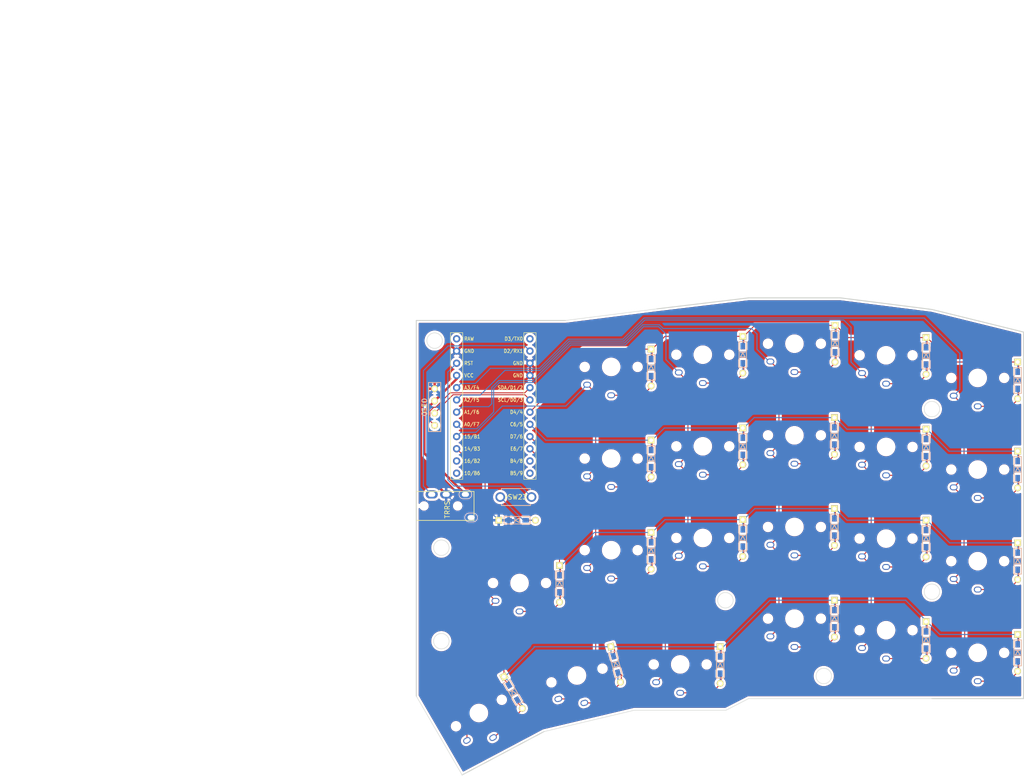
<source format=kicad_pcb>
(kicad_pcb (version 20221018) (generator pcbnew)
  (layers (0 "F.Cu" signal) (31 "B.Cu" signal) (34 "B.Paste" user) (35 "F.Paste" user) (36 "B.SilkS" user "B.Silkscreen") (37 "F.SilkS" user "F.Silkscreen") (38 "B.Mask" user) (39 "F.Mask" user) (44 "Edge.Cuts" user))
  (net 0 "")
  (net 1 "rsda")
  (net 2 "rscl")
  (net 3 "rrow0")
  (net 4 "rrow1")
  (net 5 "GND")
  (net 6 "VCC")
  (net 7 "rrow2")
  (net 8 "rrow3")
  (net 9 "rdata")
  (net 10 "rreset")
  (net 11 "rcol5")
  (net 12 "rcol4")
  (net 13 "rcol3")
  (net 14 "rcol2")
  (net 15 "rcol1")
  (net 16 "rcol0")
  (net 17 "Net-(rD1-A)")
  (net 18 "Net-(rD2-A)")
  (net 19 "Net-(rD3-A)")
  (net 20 "Net-(rD4-A)")
  (net 21 "Net-(rD5-A)")
  (net 22 "Net-(rD6-A)")
  (net 23 "Net-(rD7-A)")
  (net 24 "Net-(rD8-A)")
  (net 25 "Net-(rD9-A)")
  (net 26 "Net-(rD10-A)")
  (net 27 "Net-(rD11-A)")
  (net 28 "Net-(rD12-A)")
  (net 29 "Net-(rD13-A)")
  (net 30 "Net-(rD14-A)")
  (net 31 "Net-(rD15-A)")
  (net 32 "Net-(rD16-A)")
  (net 33 "Net-(rD17-A)")
  (net 34 "Net-(rD18-A)")
  (net 35 "Net-(rD20-A)")
  (net 36 "Net-(rD21-A)")
  (net 37 "Net-(rD22-A)")
  (net 38 "Net-(rD23-A)")
  (net 39 "Net-(rD19-A)")
  (footprint "kbd:D3_TH_SMD" (layer "F.Cu") (at 135.356 114.403 -90)
    (fp_text reference "rD15" hide)
    (fp_text value "D" hide)
  )
  (footprint "BrownSugar_KBD:Kailh_Choc_V1" (layer "F.Cu") (at 165.147 71.35)
    (fp_text reference "rSW3")
    (fp_text value "SW_PUSH")
  )
  (footprint "BrownSugar_KBD:Kailh_Choc_V1" (layer "F.Cu") (at 127.047 76.176)
    (fp_text reference "rSW5")
    (fp_text value "SW_PUSH")
  )
  (footprint "BrownSugar_KBD:Kailh_Choc_V1" (layer "F.Cu") (at 184.197 92.813)
    (fp_text reference "rSW7")
    (fp_text value "SW_PUSH")
  )
  (footprint "kbd:D3_TH_SMD" (layer "F.Cu") (at 154.406 73.636 -90)
    (fp_text reference "rD4" hide)
    (fp_text value "D" hide)
  )
  (footprint "kbd:D3_TH_SMD" (layer "F.Cu") (at 173.456 128.5 -90)
    (fp_text reference "rD19" hide)
    (fp_text value "D" hide)
  )
  (footprint "kbd:D3_TH_SMD" (layer "F.Cu") (at 135.356 95.226 -90)
    (fp_text reference "rD10" hide)
    (fp_text value "D" hide)
  )
  (footprint "BrownSugar_KBD:Kailh_Choc_V1" (layer "F.Cu") (at 184.197 73.763)
    (fp_text reference "rSW2")
    (fp_text value "SW_PUSH")
  )
  (footprint "kbd:D3_TH_SMD" (layer "F.Cu") (at 173.456 109.45 -90)
    (fp_text reference "rD13" hide)
    (fp_text value "D" hide)
  )
  (footprint "BrownSugar_KBD:SW_PUSH_6x3mm" (layer "F.Cu") (at 107.235 103.227)
    (fp_text reference "rSW23")
    (fp_text value "SW_PUSH")
  )
  (footprint "kbd:D3_TH_SMD" (layer "F.Cu") (at 173.456 90.527 -90)
    (fp_text reference "rD8" hide)
    (fp_text value "D" hide)
  )
  (footprint "BrownSugar_KBD:Kailh_Choc_V1" (layer "F.Cu") (at 107.997 121.102)
    (fp_text reference "rSW16")
    (fp_text value "SW_PUSH")
  )
  (footprint "BrownSugar_KBD:Kailh_Choc_V1" (layer "F.Cu") (at 165.147 90.4)
    (fp_text reference "rSW8")
    (fp_text value "SW_PUSH")
  )
  (footprint "BrownSugar_KBD:Kailh_Choc_V1" (layer "F.Cu") (at 165.147 128.5)
    (fp_text reference "rSW19")
    (fp_text value "SW_PUSH")
  )
  (footprint "kbd:D3_TH_SMD" (layer "F.Cu") (at 127.99 138.025 -75)
    (fp_text reference "rD21" hide)
    (fp_text value "D" hide)
  )
  (footprint "kbd:D3_TH_SMD" (layer "F.Cu") (at 149.707 138.152 -90)
    (fp_text reference "rD20" hide)
    (fp_text value "D" hide)
  )
  (footprint "BrownSugar_KBD:Kailh_Choc_V1" (layer "F.Cu") (at 146.097 73.636)
    (fp_text reference "rSW4")
    (fp_text value "SW_PUSH")
  )
  (footprint "BrownSugar_KBD:Kailh_Choc_V1" (layer "F.Cu") (at 119.939192 140.329305 15)
    (fp_text reference "rSW21")
    (fp_text value "SW_PUSH")
  )
  (footprint "kbd:D3_TH_SMD" (layer "F.Cu") (at 192.506 92.94 -90)
    (fp_text reference "rD7" hide)
    (fp_text value "D" hide)
  )
  (footprint "BrownSugar_KBD:Kailh_Choc_V1" (layer "F.Cu") (at 127.047 95.226)
    (fp_text reference "rSW10")
    (fp_text value "SW_PUSH")
  )
  (footprint "kbd:D3_TH_SMD" (layer "F.Cu") (at 211.556 135.612 -90)
    (fp_text reference "rD17" hide)
    (fp_text value "D" hide)
  )
  (footprint "kbd:D3_TH_SMD" (layer "F.Cu") (at 154.406 111.736 -90)
    (fp_text reference "rD14" hide)
    (fp_text value "D" hide)
  )
  (footprint "kbd:D3_TH_SMD" (layer "F.Cu") (at 192.506 73.89 -90)
    (fp_text reference "rD2" hide)
    (fp_text value "D" hide)
  )
  (footprint "BrownSugar_KBD:Kailh_Choc_V1" (layer "F.Cu") (at 127.047 114.276)
    (fp_text reference "rSW15")
    (fp_text value "SW_PUSH")
  )
  (footprint "kbd:D3_TH_SMD" (layer "F.Cu") (at 106.654835 143.867835 -60)
    (fp_text reference "rD22" hide)
    (fp_text value "D" hide)
  )
  (footprint "BrownSugar_KBD:Kailh_Choc_V1" (layer "F.Cu") (at 99.545392 148.127608 30)
    (fp_text reference "rSW22")
    (fp_text value "SW_PUSH")
  )
  (footprint "BrownSugar_KBD:TRRS_PJ-320A" (layer "F.Cu") (at 86.534 105.0785 90)
    (fp_text reference "rJ1")
    (fp_text value "MJ-4PP-9" hide)
  )
  (footprint "kbd:OLED" (layer "F.Cu") (at 90.344 88.335 90)
    (fp_text reference "rOL1")
    (fp_text value "OLED" hide)
  )
  (footprint "kbd:D3_TH_SMD" (layer "F.Cu") (at 211.556 97.512 -90)
    (fp_text reference "rD6" hide)
    (fp_text value "D" hide)
  )
  (footprint "BrownSugar_KBD:Kailh_Choc_V1" (layer "F.Cu") (at 165.147 109.45)
    (fp_text reference "rSW13")
    (fp_text value "SW_PUSH")
  )
  (footprint "BrownSugar_KBD:Kailh_Choc_V1" (layer "F.Cu") (at 203.247 116.562)
    (fp_text reference "rSW11")
    (fp_text value "SW_PUSH")
  )
  (footprint "BrownSugar_KBD:Kailh_Choc_V1" (layer "F.Cu") (at 203.247 135.612)
    (fp_text reference "rSW17")
    (fp_text value "SW_PUSH")
  )
  (footprint "BrownSugar_KBD:Kailh_Choc_V1" (layer "F.Cu") (at 184.197 111.863)
    (fp_text reference "rSW12")
    (fp_text value "SW_PUSH")
  )
  (footprint "kbd:D3_TH_SMD" (layer "F.Cu") (at 116.306 121.261 -90)
    (fp_text reference "rD16" hide)
    (fp_text value "D" hide)
  )
  (footprint "kbd:D3_TH_SMD" (layer "F.Cu") (at 107.489 108.053)
    (fp_text reference "rD23" hide)
    (fp_text value "D" hide)
  )
  (footprint "kbd:D3_TH_SMD" (layer "F.Cu") (at 173.583 71.35 -90)
    (fp_text reference "rD3" hide)
    (fp_text value "D" hide)
  )
  (footprint "BrownSugar_KBD:Kailh_Choc_V1" (layer "F.Cu") (at 141.398 138.025)
    (fp_text reference "rSW20")
    (fp_text value "SW_PUSH")
  )
  (footprint "BrownSugar_KBD:ProMicro_r" (layer "F.Cu") (at 102.536 83.034)
    (fp_text reference "rU1" hide)
    (fp_text value "ProMicro" hide)
  )
  (footprint "kbd:D3_TH_SMD" (layer "F.Cu") (at 154.406 92.686 -90)
    (fp_text reference "rD9" hide)
    (fp_text value "D" hide)
  )
  (footprint "kbd:D3_TH_SMD" (layer "F.Cu") (at 135.356 76.303 -90)
    (fp_text reference "rD5" hide)
    (fp_text value "D" hide)
  )
  (footprint "kbd:D3_TH_SMD" (layer "F.Cu") (at 192.506 132.945 -90)
    (fp_text reference "rD18" hide)
    (fp_text value "D" hide)
  )
  (footprint "kbd:D3_TH_SMD" (layer "F.Cu") (at 192.506 111.863 -90)
    (fp_text reference "rD12" hide)
    (fp_text value "D" hide)
  )
  (footprint "BrownSugar_KBD:Kailh_Choc_V1" (layer "F.Cu") (at 146.097 92.686)
    (fp_text reference "rSW9")
    (fp_text value "SW_PUSH")
  )
  (footprint "BrownSugar_KBD:Kailh_Choc_V1" (layer "F.Cu") (at 203.247 97.512)
    (fp_text reference "rSW6")
    (fp_text value "SW_PUSH")
  )
  (footprint "BrownSugar_KBD:Kailh_Choc_V1" (layer "F.Cu") (at 146.097 111.736)
    (fp_text reference "rSW14")
    (fp_text value "SW_PUSH")
  )
  (footprint "BrownSugar_KBD:Kailh_Choc_V1" (layer "F.Cu") (at 184.197 130.913)
    (fp_text reference "rSW18")
    (fp_text value "SW_PUSH")
  )
  (footprint "BrownSugar_KBD:Kailh_Choc_V1" (layer "F.Cu") (at 203.247 78.4675)
    (fp_text reference "rSW1")
    (fp_text value "SW_PUSH")
  )
  (footprint "kbd:D3_TH_SMD" (layer "F.Cu") (at 211.556 78.97 -90)
    (fp_text reference "rD1" hide)
    (fp_text value "D" hide)
  )
  (footprint "kbd:D3_TH_SMD" (layer "F.Cu") (at 211.556 116.562 -90)
    (fp_text reference "rD11" hide)
    (fp_text value "D" hide)
  )
  (gr_line (start 193.722 64.2325) (end 174.672 61.8195) (stroke (width 0.2)) (layer "Edge.Cuts"))
  (gr_line (start 212.772 68.9315) (end 193.722 64.2325) (stroke (width 0.2)) (layer "Edge.Cuts"))
  (gr_circle (center 91.741 113.7625) (end 90.217 113.2545) (stroke (width 0.1)) (fill none) (layer "Edge.Cuts"))
  (gr_line (start 155.622 145.1315) (end 150.923 147.5445) (stroke (width 0.1)) (layer "Edge.Cuts"))
  (gr_line (start 86.534 66.5185) (end 86.534 144.6235) (stroke (width 0.2)) (layer "Edge.Cuts"))
  (gr_line (start 131.873 147.5445) (end 150.923 147.5445) (stroke (width 0.1)) (layer "Edge.Cuts"))
  (gr_line (start 174.672 61.8195) (end 155.622 61.8195) (stroke (width 0.2)) (layer "Edge.Cuts"))
  (gr_circle (center 150.796 124.6845) (end 149.272 124.1765) (stroke (width 0.1)) (fill none) (layer "Edge.Cuts"))
  (gr_line (start 86.534 144.6235) (end 96.059 161.0065) (stroke (width 0.1)) (layer "Edge.Cuts"))
  (gr_circle (center 193.722 84.939) (end 192.198 84.431) (stroke (width 0.1)) (fill none) (layer "Edge.Cuts"))
  (gr_line (start 193.722 145.1315) (end 155.622 145.1315) (stroke (width 0.1)) (layer "Edge.Cuts"))
  (gr_circle (center 171.243 140.4325) (end 169.719 139.9245) (stroke (width 0.1)) (fill none) (layer "Edge.Cuts"))
  (gr_circle (center 193.722 122.912) (end 192.198 122.404) (stroke (width 0.1)) (fill none) (layer "Edge.Cuts"))
  (gr_line (start 96.059 161.0065) (end 113.077 151.9895) (stroke (width 0.2)) (layer "Edge.Cuts"))
  (gr_circle (center 90.344 70.7095) (end 88.82 70.2015) (stroke (width 0.1)) (fill none) (layer "Edge.Cuts"))
  (gr_line (start 193.722 145.1315) (end 212.772 145.1315) (stroke (width 0.2)) (layer "Edge.Cuts"))
  (gr_circle (center 91.741 133.1935) (end 90.217 132.6855) (stroke (width 0.1)) (fill none) (layer "Edge.Cuts"))
  (gr_line (start 136.572 64.1055) (end 117.522 66.5185) (stroke (width 0.1)) (layer "Edge.Cuts"))
  (gr_line (start 117.522 66.5185) (end 86.534 66.5185) (stroke (width 0.2)) (layer "Edge.Cuts"))
  (gr_line (start 113.077 151.9895) (end 131.873 147.5445) (stroke (width 0.1)) (layer "Edge.Cuts"))
  (gr_line (start 212.772 145.1315) (end 212.772 68.9315) (stroke (width 0.2)) (layer "Edge.Cuts"))
  (gr_line (start 155.622 61.8195) (end 136.572 64.1055) (stroke (width 0.2)) (layer "Edge.Cuts"))
  (segment (start 93.57 81.556) (end 109.094 81.556) (width 0.2) (layer "F.Cu") (net 1))
  (segment (start 90.151907 84.575) (end 90.551 84.575) (width 0.2) (layer "F.Cu") (net 1))
  (segment (start 90.551 84.575) (end 93.57 81.556) (width 0.2) (layer "F.Cu") (net 1))
  (segment (start 90.344 88.335) (end 89.3455 87.3365) (width 0.2) (layer "F.Cu") (net 1))
  (segment (start 89.3455 87.3365) (end 89.3455 85.381407) (width 0.2) (layer "F.Cu") (net 1))
  (segment (start 109.094 81.556) (end 110.156 80.494) (width 0.2) (layer "F.Cu") (net 1))
  (segment (start 89.3455 85.381407) (end 90.151907 84.575) (width 0.2) (layer "F.Cu") (net 1))
  (segment (start 109.078 81.956) (end 110.156 83.034) (width 0.2) (layer "F.Cu") (net 2))
  (segment (start 90.344 85.795) (end 94.183 81.956) (width 0.2) (layer "F.Cu") (net 2))
  (segment (start 94.183 81.956) (end 109.078 81.956) (width 0.2) (layer "F.Cu") (net 2))
  (segment (start 192.706 70.08) (end 176.323 70.08) (width 0.2) (layer "F.Cu") (net 3))
  (segment (start 197.786 75.16) (end 192.706 70.08) (width 0.2) (layer "F.Cu") (net 3))
  (segment (start 211.756 77.195) (end 211.756 75.16) (width 0.2) (layer "F.Cu") (net 3))
  (segment (start 135.556 72.493) (end 121.175 72.493) (width 0.2) (layer "F.Cu") (net 3))
  (segment (start 154.606 69.826) (end 138.223 69.826) (width 0.2) (layer "F.Cu") (net 3))
  (segment (start 114.554 79.114) (end 114.554 81.146) (width 0.2) (layer "F.Cu") (net 3))
  (segment (start 211.756 75.16) (end 197.786 75.16) (width 0.2) (layer "F.Cu") (net 3))
  (segment (start 192.706 72.115) (end 192.706 70.08) (width 0.2) (layer "F.Cu") (net 3))
  (segment (start 154.606 71.861) (end 154.606 69.826) (width 0.2) (layer "F.Cu") (net 3))
  (segment (start 173.783 69.575) (end 173.783 67.54) (width 0.2) (layer "F.Cu") (net 3))
  (segment (start 173.783 67.54) (end 156.892 67.54) (width 0.2) (layer "F.Cu") (net 3))
  (segment (start 110.156 85.544) (end 110.156 85.574) (width 0.2) (layer "F.Cu") (net 3))
  (segment (start 138.223 69.826) (end 135.556 72.493) (width 0.2) (layer "F.Cu") (net 3))
  (segment (start 173.783 67.54) (end 173.783 67.096) (width 0.2) (layer "F.Cu") (net 3))
  (segment (start 173.783 67.096) (end 173.736 67.049) (width 0.2) (layer "F.Cu") (net 3))
  (segment (start 135.556 74.528) (end 135.556 72.493) (width 0.2) (layer "F.Cu") (net 3))
  (segment (start 156.892 67.54) (end 154.606 69.826) (width 0.2) (layer "F.Cu") (net 3))
  (segment (start 176.323 70.08) (end 173.783 67.54) (width 0.2) (layer "F.Cu") (net 3))
  (segment (start 114.554 81.146) (end 110.156 85.544) (width 0.2) (layer "F.Cu") (net 3))
  (segment (start 121.175 72.493) (end 114.554 79.114) (width 0.2) (layer "F.Cu") (net 3))
  (segment (start 154.406 69.826) (end 154.406 71.861) (width 0.2) (layer "B.Cu") (net 3))
  (segment (start 173.583 67.54) (end 173.583 69.575) (width 0.2) (layer "B.Cu") (net 3))
  (segment (start 192.506 70.08) (end 192.506 72.115) (width 0.2) (layer "B.Cu") (net 3))
  (segment (start 135.356 72.493) (end 135.356 74.528) (width 0.2) (layer "B.Cu") (net 3))
  (segment (start 211.556 77.195) (end 211.556 75.16) (width 0.2) (layer "B.Cu") (net 3))
  (segment (start 154.606 90.911) (end 154.606 88.876) (width 0.2) (layer "F.Cu") (net 4))
  (segment (start 192.706 91.165) (end 192.706 89.13) (width 0.2) (layer "F.Cu") (net 4))
  (segment (start 135.556 93.451) (end 135.556 91.416) (width 0.2) (layer "F.Cu") (net 4))
  (segment (start 173.656 88.752) (end 173.656 86.717) (width 0.2) (layer "F.Cu") (net 4))
  (segment (start 211.756 95.737) (end 211.756 93.702) (width 0.2) (layer "F.Cu") (net 4))
  (segment (start 113.458 91.416) (end 110.156 88.114) (width 0.2) (layer "B.Cu") (net 4))
  (segment (start 192.706 89.13) (end 176.069 89.13) (width 0.2) (layer "B.Cu") (net 4))
  (segment (start 154.406 88.876) (end 154.406 90.911) (width 0.2) (layer "B.Cu") (net 4))
  (segment (start 135.356 91.416) (end 135.356 93.451) (width 0.2) (layer "B.Cu") (net 4))
  (segment (start 154.606 88.876) (end 138.096 88.876) (width 0.2) (layer "B.Cu") (net 4))
  (segment (start 176.069 89.13) (end 173.656 86.717) (width 0.2) (layer "B.Cu") (net 4))
  (segment (start 156.765 86.717) (end 154.606 88.876) (width 0.2) (layer "B.Cu") (net 4))
  (segment (start 211.556 93.702) (end 211.556 95.737) (width 0.2) (layer "B.Cu") (net 4))
  (segment (start 173.656 86.717) (end 156.765 86.717) (width 0.2) (layer "B.Cu") (net 4))
  (segment (start 135.556 91.416) (end 113.458 91.416) (width 0.2) (layer "B.Cu") (net 4))
  (segment (start 192.506 89.13) (end 192.506 91.165) (width 0.2) (layer "B.Cu") (net 4))
  (segment (start 211.756 93.702) (end 197.278 93.702) (width 0.2) (layer "B.Cu") (net 4))
  (segment (start 197.278 93.702) (end 192.706 89.13) (width 0.2) (layer "B.Cu") (net 4))
  (segment (start 138.096 88.876) (end 135.556 91.416) (width 0.2) (layer "B.Cu") (net 4))
  (segment (start 173.456 86.717) (end 173.456 88.752) (width 0.2) (layer "B.Cu") (net 4))
  (segment (start 92.734 102.6785) (end 87.503 97.4475) (width 0.5) (layer "F.Cu") (net 5))
  (segment (start 88.442 80.715) (end 90.344 80.715) (width 0.5) (layer "F.Cu") (net 5))
  (segment (start 105.714 108.053) (end 103.679 108.053) (width 0.2) (layer "F.Cu") (net 5))
  (segment (start 90.344 77.446) (end 94.916 72.874) (width 0.5) (layer "F.Cu") (net 5))
  (segment (start 109.631 75.939) (end 97.981 75.939) (width 0.5) (layer "F.Cu") (net 5))
  (segment (start 90.344 80.715) (end 90.344 77.446) (width 0.5) (layer "F.Cu") (net 5))
  (segment (start 110.156 75.414) (end 109.631 75.939) (width 0.5) (layer "F.Cu") (net 5))
  (segment (start 87.503 81.654) (end 88.442 80.715) (width 0.5) (layer "F.Cu") (net 5))
  (segment (start 97.981 75.939) (end 94.916 72.874) (width 0.5) (layer "F.Cu") (net 5))
  (segment (start 87.503 97.4475) (end 87.503 81.654) (width 0.5) (layer "F.Cu") (net 5))
  (segment (start 110.156 75.414) (end 110.156 77.954) (width 0.5) (layer "F.Cu") (net 5))
  (segment (start 93.9345 103.879) (end 92.734 102.6785) (width 0.2) (layer "B.Cu") (net 5))
  (segment (start 99.505 103.879) (end 93.9345 103.879) (width 0.2) (layer "B.Cu") (net 5))
  (segment (start 103.679 108.053) (end 99.505 103.879) (width 0.2) (layer "B.Cu") (net 5))
  (segment (start 105.714 108.053) (end 103.679 108.053) (width 0.2) (layer "B.Cu") (net 5))
  (segment (start 88.203 85.396) (end 90.344 83.255) (width 0.5) (layer "F.Cu") (net 6))
  (segment (start 88.203 94.1475) (end 88.203 85.396) (width 0.5) (layer "F.Cu") (net 6))
  (segment (start 90.344 83.255) (end 94.916 78.683) (width 0.5) (layer "F.Cu") (net 6))
  (segment (start 94.916 78.683) (end 94.916 77.954) (width 0.5) (layer "F.Cu") (net 6))
  (segment (start 96.734 102.6785) (end 88.203 94.1475) (width 0.5) (layer "F.Cu") (net 6))
  (segment (start 90.344 83.255) (end 90.344 82.75) (width 0.5) (layer "F.Cu") (net 6))
  (segment (start 154.606 109.961) (end 154.606 107.926) (width 0.2) (layer "F.Cu") (net 7))
  (segment (start 135.556 112.628) (end 135.556 110.593) (width 0.2) (layer "F.Cu") (net 7))
  (segment (start 192.706 108.053) (end 192.706 110.088) (width 0.2) (layer "F.Cu") (net 7))
  (segment (start 116.506 119.486) (end 116.506 117.451) (width 0.2) (layer "F.Cu") (net 7))
  (segment (start 116.306 117.451) (end 116.306 96.804) (width 0.2) (layer "F.Cu") (net 7))
  (segment (start 211.756 114.787) (end 211.756 112.752) (width 0.2) (layer "F.Cu") (net 7))
  (segment (start 116.306 96.804) (end 110.156 90.654) (width 0.2) (layer "F.Cu") (net 7))
  (segment (start 173.656 107.675) (end 173.656 105.64) (width 0.2) (layer "F.Cu") (net 7))
  (segment (start 154.606 107.926) (end 138.223 107.926) (width 0.2) (layer "B.Cu") (net 7))
  (segment (start 135.556 110.593) (end 123.532944 110.593) (width 0.2) (layer "B.Cu") (net 7))
  (segment (start 176.069 108.053) (end 173.656 105.64) (width 0.2) (layer "B.Cu") (net 7))
  (segment (start 156.892 105.64) (end 154.606 107.926) (width 0.2) (layer "B.Cu") (net 7))
  (segment (start 138.223 107.926) (end 135.556 110.593) (width 0.2) (layer "B.Cu") (net 7))
  (segment (start 197.405 112.752) (end 192.706 108.053) (width 0.2) (layer "B.Cu") (net 7))
  (segment (start 154.406 107.926) (end 154.406 109.961) (width 0.2) (layer "B.Cu") (net 7))
  (segment (start 211.756 112.752) (end 197.405 112.752) (width 0.2) (layer "B.Cu") (net 7))
  (segment (start 116.674944 117.451) (end 116.506 117.451) (width 0.2) (layer "B.Cu") (net 7))
  (segment (start 211.556 112.752) (end 211.556 114.787) (width 0.2) (layer "B.Cu") (net 7))
  (segment (start 135.356 110.593) (end 135.356 112.628) (width 0.2) (layer "B.Cu") (net 7))
  (segment (start 173.456 105.64) (end 173.456 107.675) (width 0.2) (layer "B.Cu") (net 7))
  (segment (start 123.532944 110.593) (end 116.674944 117.451) (width 0.2) (layer "B.Cu") (net 7))
  (segment (start 116.306 117.451) (end 116.306 119.486) (width 0.2) (layer "B.Cu") (net 7))
  (segment (start 192.506 108.053) (end 192.506 110.088) (width 0.2) (layer "B.Cu") (net 7))
  (segment (start 173.656 105.64) (end 156.892 105.64) (width 0.2) (layer "B.Cu") (net 7))
  (segment (start 192.706 108.053) (end 176.069 108.053) (width 0.2) (layer "B.Cu") (net 7))
  (segment (start 105.967335 142.33064) (end 104.949835 141.31314) (width 0.2) (layer "F.Cu") (net 8))
  (segment (start 127.730596 136.310482) (end 127.730596 134.87152) (width 0.2) (layer "F.Cu") (net 8))
  (segment (start 173.656 126.725) (end 173.656 124.69) (width 0.2) (layer "F.Cu") (net 8))
  (segment (start 104.749835 119.017165) (end 113.665 110.102) (width 0.2) (layer "F.Cu") (net 8))
  (segment (start 127.730596 134.87152) (end 127.203899 134.344823) (width 0.2) (layer "F.Cu") (net 8))
  (segment (start 104.949835 141.31314) (end 104.949835 140.568278) (width 0.2) (layer "F.Cu") (net 8))
  (segment (start 192.706 131.17) (end 192.706 129.135) (width 0.2) (layer "F.Cu") (net 8))
  (segment (start 113.665 96.703) (end 110.156 93.194) (width 0.2) (layer "F.Cu") (net 8))
  (segment (start 149.907 136.377) (end 149.907 134.342) (width 0.2) (layer "F.Cu") (net 8))
  (segment (start 211.756 133.837) (end 211.756 131.802) (width 0.2) (layer "F.Cu") (net 8))
  (segment (start 113.665 110.102) (end 113.665 96.703) (width 0.2) (layer "F.Cu") (net 8))
  (segment (start 104.749835 140.568278) (end 104.749835 119.017165) (width 0.2) (layer "F.Cu") (net 8))
  (segment (start 211.556 133.837) (end 211.556 131.802) (width 0.2) (layer "B.Cu") (net 8))
  (segment (start 160.037 124.69) (end 150.385 134.342) (width 0.2) (layer "B.Cu") (net 8))
  (segment (start 192.706 129.135) (end 188.261 124.69) (width 0.2) (layer "B.Cu") (net 8))
  (segment (start 127.003899 134.344823) (end 110.97329 134.344823) (width 0.2) (layer "B.Cu") (net 8))
  (segment (start 127.003899 135.783785) (end 127.530596 136.310482) (width 0.2) (layer "B.Cu") (net 8))
  (segment (start 105.767335 141.585778) (end 105.767335 142.33064) (width 0.2) (layer "B.Cu") (net 8))
  (segment (start 149.707 134.342) (end 149.707 136.377) (width 0.2) (layer "B.Cu") (net 8))
  (segment (start 127.206722 134.342) (end 127.203899 134.344823) (width 0.2) (layer "B.Cu") (net 8))
  (segment (start 127.003899 134.344823) (end 127.003899 135.783785) (width 0.2) (layer "B.Cu") (net 8))
  (segment (start 173.656 124.69) (end 160.037 124.69) (width 0.2) (layer "B.Cu") (net 8))
  (segment (start 211.756 131.802) (end 195.373 131.802) (width 0.2) (layer "B.Cu") (net 8))
  (segment (start 195.373 131.802) (end 192.706 129.135) (width 0.2) (layer "B.Cu") (net 8))
  (segment (start 188.261 124.69) (end 173.656 124.69) (width 0.2) (layer "B.Cu") (net 8))
  (segment (start 173.456 124.69) (end 173.456 126.725) (width 0.2) (layer "B.Cu") (net 8))
  (segment (start 192.506 129.135) (end 192.506 131.17) (width 0.2) (layer "B.Cu") (net 8))
  (segment (start 150.385 134.342) (end 149.907 134.342) (width 0.2) (layer "B.Cu") (net 8))
  (segment (start 111.17329 134.344823) (end 104.949835 140.568278) (width 0.2) (layer "B.Cu") (net 8))
  (segment (start 149.907 134.342) (end 127.206722 134.342) (width 0.2) (layer "B.Cu") (net 8))
  (segment (start 104.749835 140.568278) (end 105.767335 141.585778) (width 0.2) (layer "B.Cu") (net 8))
  (segment (start 93.154 71.812) (end 95.355895 71.812) (width 0.2) (layer "B.Cu") (net 9))
  (segment (start 88.011 76.955) (end 93.154 71.812) (width 0.2) (layer "B.Cu") (net 9))
  (segment (start 89.734 102.6785) (end 88.011 100.9555) (width 0.2) (layer "B.Cu") (net 9))
  (segment (start 95.355895 71.812) (end 95.419895 71.748) (width 0.2) (layer "B.Cu") (net 9))
  (segment (start 109.03 71.748) (end 110.156 72.874) (width 0.2) (layer "B.Cu") (net 9))
  (segment (start 95.419895 71.748) (end 109.03 71.748) (width 0.2) (layer "B.Cu") (net 9))
  (segment (start 88.011 100.9555) (end 88.011 76.955) (width 0.2) (layer "B.Cu") (net 9))
  (segment (start 94.361 100.958) (end 93.091 99.688) (width 0.2) (layer "B.Cu") (net 10))
  (segment (start 108.216 100.958) (end 94.361 100.958) (width 0.2) (layer "B.Cu") (net 10))
  (segment (start 110.485 103.227) (end 108.216 100.958) (width 0.2) (layer "B.Cu") (net 10))
  (segment (start 93.091 99.688) (end 93.091 77.239) (width 0.2) (layer "B.Cu") (net 10))
  (segment (start 93.091 77.239) (end 94.916 75.414) (width 0.2) (layer "B.Cu") (net 10))
  (segment (start 97.065265 130.733735) (end 97.065265 153.831902) (width 0.2) (layer "F.Cu") (net 11))
  (segment (start 99.568 94.354) (end 100.838 95.624) (width 0.2) (layer "F.Cu") (net 11))
  (segment (start 94.916 93.194) (end 96.076 94.354) (width 0.2) (layer "F.Cu") (net 11))
  (segment (start 96.076 94.354) (end 99.568 94.354) (width 0.2) (layer "F.Cu") (net 11))
  (segment (start 100.838 122.643) (end 102.997 124.802) (width 0.2) (layer "F.Cu") (net 11))
  (segment (start 100.838 95.624) (end 100.838 122.643) (width 0.2) (layer "F.Cu") (net 11))
  (segment (start 102.997 124.802) (end 97.065265 130.733735) (width 0.2) (layer "F.Cu") (net 11))
  (segment (start 123.825 97.148) (end 122.047 98.926) (width 0.2) (layer "F.Cu") (net 12))
  (segment (start 122.047 117.976) (end 123.825 119.754) (width 0.2) (layer "F.Cu") (net 12))
  (segment (start 123.825 116.198) (end 122.047 117.976) (width 0.2) (layer "F.Cu") (net 12))
  (segment (start 122.047 79.876) (end 123.825 81.654) (width 0.2) (layer "F.Cu") (net 12))
  (segment (start 119.463674 145.197326) (end 116.067193 145.197326) (width 0.2) (layer "F.Cu") (net 12))
  (segment (start 123.825 119.754) (end 123.825 140.836) (width 0.2) (layer "F.Cu") (net 12))
  (segment (start 123.825 100.704) (end 123.825 116.198) (width 0.2) (layer "F.Cu") (net 12))
  (segment (start 123.825 140.836) (end 119.463674 145.197326) (width 0.2) (layer "F.Cu") (net 12))
  (segment (start 122.047 98.926) (end 123.825 100.704) (width 0.2) (layer "F.Cu") (net 12))
  (segment (start 123.825 81.654) (end 123.825 97.148) (width 0.2) (layer "F.Cu") (net 12))
  (segment (start 94.916 90.654) (end 95.788 89.782) (width 0.2) (layer "B.Cu") (net 12))
  (segment (start 98.933 89.782) (end 104.394 84.321) (width 0.2) (layer "B.Cu") (net 12))
  (segment (start 95.788 89.782) (end 98.933 89.782) (width 0.2) (layer "B.Cu") (net 12))
  (segment (start 104.394 84.321) (end 117.602 84.321) (width 0.2) (layer "B.Cu") (net 12))
  (segment (start 117.602 84.321) (end 122.047 79.876) (width 0.2) (layer "B.Cu") (net 12))
  (segment (start 143.002 98.291) (end 143.002 113.531) (width 0.2) (layer "F.Cu") (net 13))
  (segment (start 141.097 115.436) (end 138.303 118.23) (width 0.2) (layer "F.Cu") (net 13))
  (segment (start 143.002 79.241) (end 143.002 94.481) (width 0.2) (layer "F.Cu") (net 13))
  (segment (start 138.303 139.82) (end 136.398 141.725) (width 0.2) (layer "F.Cu") (net 13))
  (segment (start 141.097 77.336) (end 143.002 79.241) (width 0.2) (layer "F.Cu") (net 13))
  (segment (start 138.303 118.23) (end 138.303 139.82) (width 0.2) (layer "F.Cu") (net 13))
  (segment (start 141.097 96.386) (end 143.002 98.291) (width 0.2) (layer "F.Cu") (net 13))
  (segment (start 143.002 94.481) (end 141.097 96.386) (width 0.2) (layer "F.Cu") (net 13))
  (segment (start 143.002 113.531) (end 141.097 115.436) (width 0.2) (layer "F.Cu") (net 13))
  (segment (start 94.916 88.114) (end 95.822 89.02) (width 0.2) (layer "B.Cu") (net 13))
  (segment (start 129.967058 71.621) (end 133.777058 67.811) (width 0.2) (layer "B.Cu") (net 13))
  (segment (start 110.853058 79.432) (end 118.664058 71.621) (width 0.2) (layer "B.Cu") (net 13))
  (segment (start 133.777058 67.811) (end 136.906 67.811) (width 0.2) (layer "B.Cu") (net 13))
  (segment (start 138.43 69.335) (end 138.43 74.669) (width 0.2) (layer "B.Cu") (net 13))
  (segment (start 103.822 79.432) (end 110.853058 79.432) (width 0.2) (layer "B.Cu") (net 13))
  (segment (start 136.906 67.811) (end 138.43 69.335) (width 0.2) (layer "B.Cu") (net 13))
  (segment (start 118.664058 71.621) (end 129.967058 71.621) (width 0.2) (layer "B.Cu") (net 13))
  (segment (start 95.822 89.02) (end 99.129314 89.02) (width 0.2) (layer "B.Cu") (net 13))
  (segment (start 99.129314 89.02) (end 102.616 85.533314) (width 0.2) (layer "B.Cu") (net 13))
  (segment (start 102.616 80.638) (end 103.822 79.432) (width 0.2) (layer "B.Cu") (net 13))
  (segment (start 102.616 85.533314) (end 102.616 80.638) (width 0.2) (layer "B.Cu") (net 13))
  (segment (start 138.43 74.669) (end 141.097 77.336) (width 0.2) (layer "B.Cu") (net 13))
  (segment (start 160.147 75.05) (end 161.925 76.828) (width 0.2) (layer "F.Cu") (net 14))
  (segment (start 160.147 94.1) (end 161.925 95.878) (width 0.2) (layer "F.Cu") (net 14))
  (segment (start 161.925 95.878) (end 161.925 111.372) (width 0.2) (layer "F.Cu") (net 14))
  (segment (start 161.925 114.928) (end 161.925 130.422) (width 0.2) (layer "F.Cu") (net 14))
  (segment (start 160.147 113.15) (end 161.925 114.928) (width 0.2) (layer "F.Cu") (net 14))
  (segment (start 161.925 92.322) (end 160.147 94.1) (width 0.2) (layer "F.Cu") (net 14))
  (segment (start 161.925 130.422) (end 160.147 132.2) (width 0.2) (layer "F.Cu") (net 14))
  (segment (start 161.925 111.372) (end 160.147 113.15) (width 0.2) (layer "F.Cu") (net 14))
  (segment (start 161.925 76.828) (end 161.925 92.322) (width 0.2) (layer "F.Cu") (net 14))
  (segment (start 101.6 84.448) (end 102.216 83.832) (width 0.2) (layer "B.Cu") (net 14))
  (segment (start 133.611373 67.411) (end 137.071686 67.411) (width 0.2) (layer "B.Cu") (net 14))
  (segment (start 157.353 69.335) (end 157.353 72.51) (width 0.2) (layer "B.Cu") (net 14))
  (segment (start 129.801372 71.221) (end 133.611373 67.411) (width 0.2) (layer "B.Cu") (net 14))
  (segment (start 137.852686 68.192) (end 156.21 68.192) (width 0.2) (layer "B.Cu") (net 14))
  (segment (start 110.703372 79.016) (end 118.498373 71.221) (width 0.2) (layer "B.Cu") (net 14))
  (segment (start 159.893 75.05) (end 160.147 75.05) (width 0.2) (layer "B.Cu") (net 14))
  (segment (start 156.21 68.192) (end 157.353 69.335) (width 0.2) (layer "B.Cu") (net 14))
  (segment (start 137.071686 67.411) (end 137.852686 68.192) (width 0.2) (layer "B.Cu") (net 14))
  (segment (start 103.672314 79.016) (end 110.703372 79.016) (width 0.2) (layer "B.Cu") (net 14))
  (segment (start 102.216 83.832) (end 102.216 80.472314) (width 0.2) (layer "B.Cu") (net 14))
  (segment (start 157.353 72.51) (end 159.893 75.05) (width 0.2) (layer "B.Cu") (net 14))
  (segment (start 94.916 85.574) (end 96.042 84.448) (width 0.2) (layer "B.Cu") (net 14))
  (segment (start 118.498373 71.221) (end 129.801372 71.221) (width 0.2) (layer "B.Cu") (net 14))
  (segment (start 102.216 80.472314) (end 103.672314 79.016) (width 0.2) (layer "B.Cu") (net 14))
  (segment (start 96.042 84.448) (end 101.6 84.448) (width 0.2) (layer "B.Cu") (net 14))
  (segment (start 181.102 132.708) (end 179.197 134.613) (width 0.2) (layer "F.Cu") (net 15))
  (segment (start 181.102 117.468) (end 181.102 132.708) (width 0.2) (layer "F.Cu") (net 15))
  (segment (start 179.197 115.563) (end 181.102 117.468) (width 0.2) (layer "F.Cu") (net 15))
  (segment (start 179.197 96.513) (end 181.102 98.418) (width 0.2) (layer "F.Cu") (net 15))
  (segment (start 179.197 77.463) (end 181.102 79.368) (width 0.2) (layer "F.Cu") (net 15))
  (segment (start 181.102 79.368) (end 181.102 94.608) (width 0.2) (layer "F.Cu") (net 15))
  (segment (start 181.102 94.608) (end 179.197 96.513) (width 0.2) (layer "F.Cu") (net 15))
  (segment (start 181.102 113.658) (end 179.197 115.563) (width 0.2) (layer "F.Cu") (net 15))
  (segment (start 181.102 98.418) (end 181.102 113.658) (width 0.2) (layer "F.Cu") (net 15))
  (segment (start 94.916 83.034) (end 95.915 82.035) (width 0.2) (layer "B.Cu") (net 15))
  (segment (start 129.635686 70.821) (end 134.042686 66.414) (width 0.2) (layer "B.Cu") (net 15))
  (segment (start 176.911 67.938) (end 176.911 75.177) (width 0.2) (layer "B.Cu") (net 15))
  (segment (start 176.911 75.177) (end 179.197 77.463) (width 0.2) (layer "B.Cu") (net 15))
  (segment (start 112.261686 76.892) (end 118.332688 70.821) (width 0.2) (layer "B.Cu") (net 15))
  (segment (start 175.387 66.414) (end 176.911 67.938) (width 0.2) (layer "B.Cu") (net 15))
  (segment (start 134.042686 66.414) (end 175.387 66.414) (width 0.2) (layer "B.Cu") (net 15))
  (segment (start 95.915 82.035) (end 99.822 82.035) (width 0.2) (layer "B.Cu") (net 15))
  (segment (start 118.332688 70.821) (end 129.635686 70.821) (width 0.2) (layer "B.Cu") (net 15))
  (segment (start 99.822 82.035) (end 104.965 76.892) (width 0.2) (layer "B.Cu") (net 15))
  (segment (start 104.965 76.892) (end 112.261686 76.892) (width 0.2) (layer "B.Cu") (net 15))
  (segment (start 200.406 99.053) (end 198.247 101.212) (width 0.2) (layer "F.Cu") (net 16))
  (segment (start 198.247 101.212) (end 200.406 103.371) (width 0.2) (layer "F.Cu") (net 16))
  (segment (start 198.247 82.1675) (end 200.406 84.3265) (width 0.2) (layer "F.Cu") (net 16))
  (segment (start 200.533 137.026) (end 198.247 139.312) (width 0.2) (layer "F.Cu") (net 16))
  (segment (start 200.406 103.371) (end 200.406 118.103) (width 0.2) (layer "F.Cu") (net 16))
  (segment (start 200.533 122.548) (end 200.533 137.026) (width 0.2) (layer "F.Cu") (net 16))
  (segment (start 198.247 120.262) (end 200.533 122.548) (width 0.2) (layer "F.Cu") (net 16))
  (segment (start 200.406 84.3265) (end 200.406 99.053) (width 0.2) (layer "F.Cu") (net 16))
  (segment (start 200.406 118.103) (end 198.247 120.262) (width 0.2) (layer "F.Cu") (net 16))
  (segment (start 112.112 76.476) (end 118.167003 70.421) (width 0.2) (layer "B.Cu") (net 16))
  (segment (start 199.517 73.399) (end 199.517 80.8975) (width 0.2) (layer "B.Cu") (net 16))
  (segment (start 94.916 80.494) (end 95.788 79.622) (width 0.2) (layer "B.Cu") (net 16))
  (segment (start 133.877001 66.014) (end 192.132 66.014) (width 0.2) (layer "B.Cu") (net 16))
  (segment (start 129.47 70.421) (end 133.877001 66.014) (width 0.2) (layer "B.Cu") (net 16))
  (segment (start 199.517 80.8975) (end 198.247 82.1675) (width 0.2) (layer "B.Cu") (net 16))
  (segment (start 95.788 79.622) (end 98.806 79.622) (width 0.2) (layer "B.Cu") (net 16))
  (segment (start 101.952 76.476) (end 112.112 76.476) (width 0.2) (layer "B.Cu") (net 16))
  (segment (start 118.167003 70.421) (end 129.47 70.421) (width 0.2) (layer "B.Cu") (net 16))
  (segment (start 98.806 79.622) (end 101.952 76.476) (width 0.2) (layer "B.Cu") (net 16))
  (segment (start 192.132 66.014) (end 199.517 73.399) (width 0.2) (layer "B.Cu") (net 16))
  (segment (start 211.756 82.78) (end 211.756 80.745) (width 0.2) (layer "F.Cu") (net 17))
  (segment (start 203.247 84.3675) (end 210.1685 84.3675) (width 0.2) (layer "F.Cu") (net 17))
  (segment (start 210.1685 84.3675) (end 211.756 82.78) (width 0.2) (layer "F.Cu") (net 17))
  (segment (start 211.556 80.745) (end 211.556 82.78) (width 0.2) (layer "B.Cu") (net 17))
  (segment (start 184.197 79.663) (end 190.743 79.663) (width 0.2) (layer "F.Cu") (net 18))
  (segment (start 192.706 77.7) (end 192.706 75.665) (width 0.2) (layer "F.Cu") (net 18))
  (segment (start 190.743 79.663) (end 192.706 77.7) (width 0.2) (layer "F.Cu") (net 18))
  (segment (start 192.506 75.665) (end 192.506 77.7) (width 0.2) (layer "B.Cu") (net 18))
  (segment (start 165.147 77.25) (end 171.693 77.25) (width 0.2) (layer "F.Cu") (net 19))
  (segment (start 171.693 77.25) (end 173.783 75.16) (width 0.2) (layer "F.Cu") (net 19))
  (segment (start 173.783 75.16) (end 173.783 73.125) (width 0.2) (layer "F.Cu") (net 19))
  (segment (start 173.583 73.125) (end 173.583 75.16) (width 0.2) (layer "B.Cu") (net 19))
  (segment (start 146.097 79.536) (end 152.516 79.536) (width 0.2) (layer "F.Cu") (net 20))
  (segment (start 152.516 79.536) (end 154.606 77.446) (width 0.2) (layer "F.Cu") (net 20))
  (segment (start 154.606 77.446) (end 154.606 75.411) (width 0.2) (layer "F.Cu") (net 20))
  (segment (start 154.406 75.411) (end 154.406 77.446) (width 0.2) (layer "B.Cu") (net 20))
  (segment (start 127.047 82.076) (end 133.593 82.076) (width 0.2) (layer "F.Cu") (net 21))
  (segment (start 135.556 80.113) (end 135.556 78.078) (width 0.2) (layer "F.Cu") (net 21))
  (segment (start 133.593 82.076) (end 135.556 80.113) (width 0.2) (layer "F.Cu") (net 21))
  (segment (start 135.356 78.078) (end 135.356 80.113) (width 0.2) (layer "B.Cu") (net 21))
  (segment (start 209.666 103.412) (end 211.756 101.322) (width 0.2) (layer "F.Cu") (net 22))
  (segment (start 211.756 101.322) (end 211.756 99.287) (width 0.2) (layer "F.Cu") (net 22))
  (segment (start 203.247 103.412) (end 209.666 103.412) (width 0.2) (layer "F.Cu") (net 22))
  (segment (start 211.556 99.287) (end 211.556 101.322) (width 0.2) (layer "B.Cu") (net 22))
  (segment (start 190.743 98.713) (end 192.706 96.75) (width 0.2) (layer "F.Cu") (net 23))
  (segment (start 184.197 98.713) (end 190.743 98.713) (width 0.2) (layer "F.Cu") (net 23))
  (segment (start 192.706 96.75) (end 192.706 94.715) (width 0.2) (layer "F.Cu") (net 23))
  (segment (start 192.506 94.715) (end 192.506 96.75) (width 0.2) (layer "B.Cu") (net 23))
  (segment (start 173.656 94.337) (end 173.656 92.302) (width 0.2) (layer "F.Cu") (net 24))
  (segment (start 165.147 96.3) (end 171.693 96.3) (width 0.2) (layer "F.Cu") (net 24))
  (segment (start 171.693 96.3) (end 173.656 94.337) (width 0.2) (layer "F.Cu") (net 24))
  (segment (start 173.456 92.302) (end 173.456 94.337) (width 0.2) (layer "B.Cu") (net 24))
  (segment (start 152.516 98.586) (end 154.606 96.496) (width 0.2) (layer "F.Cu") (net 25))
  (segment (start 146.097 98.586) (end 152.516 98.586) (width 0.2) (layer "F.Cu") (net 25))
  (segment (start 154.606 96.496) (end 154.606 94.461) (width 0.2) (layer "F.Cu") (net 25))
  (segment (start 154.406 94.461) (end 154.406 96.496) (width 0.2) (layer "B.Cu") (net 25))
  (segment (start 127.047 101.126) (end 133.466 101.126) (width 0.2) (layer "F.Cu") (net 26))
  (segment (start 133.466 101.126) (end 135.556 99.036) (width 0.2) (layer "F.Cu") (net 26))
  (segment (start 135.556 99.036) (end 135.556 97.001) (width 0.2) (layer "F.Cu") (net 26))
  (segment (start 135.356 97.001) (end 135.356 99.036) (width 0.2) (layer "B.Cu") (net 26))
  (segment (start 209.666 122.462) (end 211.756 120.372) (width 0.2) (layer "F.Cu") (net 27))
  (segment (start 203.247 122.462) (end 209.666 122.462) (width 0.2) (layer "F.Cu") (net 27))
  (segment (start 211.756 120.372) (end 211.756 118.337) (width 0.2) (layer "F.Cu") (net 27))
  (segment (start 211.556 118.337) (end 211.556 120.372) (width 0.2) (layer "B.Cu") (net 27))
  (segment (start 192.706 115.673) (end 192.706 113.638) (width 0.2) (layer "F.Cu") (net 28))
  (segment (start 190.616 117.763) (end 192.706 115.673) (width 0.2) (layer "F.Cu") (net 28))
  (segment (start 184.197 117.763) (end 190.616 117.763) (width 0.2) (layer "F.Cu") (net 28))
  (segment (start 192.506 113.638) (end 192.506 115.673) (width 0.2) (layer "B.Cu") (net 28))
  (segment (start 171.566 115.35) (end 173.656 113.26) (width 0.2) (layer "F.Cu") (net 29))
  (segment (start 165.147 115.35) (end 171.566 115.35) (width 0.2) (layer "F.Cu") (net 29))
  (segment (start 173.656 113.26) (end 173.656 111.225) (width 0.2) (layer "F.Cu") (net 29))
  (segment (start 173.456 111.225) (end 173.456 113.26) (width 0.2) (layer "B.Cu") (net 29))
  (segment (start 152.516 117.636) (end 154.606 115.546) (width 0.2) (layer "F.Cu") (net 30))
  (segment (start 146.097 117.636) (end 152.516 117.636) (width 0.2) (layer "F.Cu") (net 30))
  (segment (start 154.606 115.546) (end 154.606 113.511) (width 0.2) (layer "F.Cu") (net 30))
  (segment (start 154.406 113.511) (end 154.406 115.546) (width 0.2) (layer "B.Cu") (net 30))
  (segment (start 135.556 118.213) (end 135.556 116.178) (width 0.2) (layer "F.Cu") (net 31))
  (segment (start 133.593 120.176) (end 135.556 118.213) (width 0.2) (layer "F.Cu") (net 31))
  (segment (start 127.047 120.176) (end 133.593 120.176) (width 0.2) (layer "F.Cu") (net 31))
  (segment (start 135.356 116.178) (end 135.356 118.213) (width 0.2) (layer "B.Cu") (net 31))
  (segment (start 107.997 127.002) (end 114.575 127.002) (width 0.2) (layer "F.Cu") (net 32))
  (segment (start 116.506 125.071) (end 116.506 123.036) (width 0.2) (layer "F.Cu") (net 32))
  (segment (start 114.575 127.002) (end 116.506 125.071) (width 0.2) (layer "F.Cu") (net 32))
  (segment (start 116.306 123.036) (end 116.306 125.071) (width 0.2) (layer "B.Cu") (net 32))
  (segment (start 211.756 139.422) (end 211.756 137.387) (width 0.2) (layer "F.Cu") (net 33))
  (segment (start 203.247 141.512) (end 209.666 141.512) (width 0.2) (layer "F.Cu") (net 33))
  (segment (start 209.666 141.512) (end 211.756 139.422) (width 0.2) (layer "F.Cu") (net 33))
  (segment (start 211.556 139.422) (end 211.556 137.387) (width 0.2) (layer "B.Cu") (net 33))
  (segment (start 184.197 136.813) (end 192.648 136.813) (width 0.2) (layer "F.Cu") (net 34))
  (segment (start 192.706 136.755) (end 192.706 134.72) (width 0.2) (layer "F.Cu") (net 34))
  (segment (start 192.648 136.813) (end 192.706 136.755) (width 0.2) (layer "F.Cu") (net 34))
  (segment (start 192.506 134.72) (end 192.506 136.755) (width 0.2) (layer "B.Cu") (net 34))
  (segment (start 141.398 143.925) (end 147.944 143.925) (width 0.2) (layer "F.Cu") (net 35))
  (segment (start 147.944 143.925) (end 149.907 141.962) (width 0.2) (layer "F.Cu") (net 35))
  (segment (start 149.907 141.962) (end 149.907 139.927) (width 0.2) (layer "F.Cu") (net 35))
  (segment (start 149.707 139.927) (end 149.707 141.962) (width 0.2) (layer "B.Cu") (net 35))
  (segment (start 121.466224 146.028267) (end 124.853011 146.028267) (width 0.2) (layer "F.Cu") (net 36))
  (segment (start 129.176101 140.266215) (end 128.649404 139.739518) (width 0.2) (layer "F.Cu") (net 36))
  (segment (start 124.853011 146.028267) (end 129.176101 141.705177) (width 0.2) (layer "F.Cu") (net 36))
  (segment (start 129.176101 141.705177) (end 129.176101 140.266215) (width 0.2) (layer "F.Cu") (net 36))
  (segment (start 128.449404 139.739518) (end 128.449404 141.17848) (width 0.2) (layer "B.Cu") (net 36))
  (segment (start 128.449404 141.17848) (end 128.976101 141.705177) (width 0.2) (layer "B.Cu") (net 36))
  (segment (start 102.690069 153.237158) (end 108.759835 147.167392) (width 0.2) (layer "F.Cu") (net 37))
  (segment (start 102.495392 153.237158) (end 102.690069 153.237158) (width 0.2) (layer "F.Cu") (net 37))
  (segment (start 108.759835 147.167392) (end 107.742335 146.149892) (width 0.2) (layer "F.Cu") (net 37))
  (segment (start 107.742335 146.149892) (end 107.742335 145.40503) (width 0.2) (layer "F.Cu") (net 37))
  (segment (start 108.559835 146.42253) (end 108.559835 147.167392) (width 0.2) (layer "B.Cu") (net 37))
  (segment (start 107.542335 145.40503) (end 108.559835 146.42253) (width 0.2) (layer "B.Cu") (net 37))
  (segment (start 109.264 108.053) (end 111.299 108.053) (width 0.2) (layer "F.Cu") (net 38))
  (segment (start 108.811 108.053) (end 109.264 108.053) (width 0.2) (layer "B.Cu") (net 38))
  (segment (start 103.985 103.227) (end 108.811 108.053) (width 0.2) (layer "B.Cu") (net 38))
  (segment (start 109.264 108.053) (end 111.299 108.053) (width 0.2) (layer "B.Cu") (net 38))
  (segment (start 171.566 134.4) (end 173.656 132.31) (width 0.2) (layer "F.Cu") (net 39))
  (segment (start 165.147 134.4) (end 171.566 134.4) (width 0.2) (layer "F.Cu") (net 39))
  (segment (start 173.656 132.31) (end 173.656 130.275) (width 0.2) (layer "F.Cu") (net 39))
  (segment (start 173.456 130.275) (end 173.456 132.31) (width 0.2) (layer "B.Cu") (net 39))
  (zone (net 5) (net_name "GND") (layers "F&B.Cu") (connect_pads (clearance 0.5)) (min_thickness 0.25) (fill yes (thermal_gap 0.5) (thermal_bridge_width 0.5))
    (polygon (pts (xy 86.614 66.541) (xy 117.475 66.541) (xy 136.525 64.128) (xy 155.702 61.842) (xy 174.625 61.842) (xy 193.675 64.255) (xy 212.725 68.954) (xy 212.725 145.027) (xy 155.575 145.154) (xy 151.003 147.567) (xy 131.826 147.567) (xy 113.157 152.012) (xy 96.012 161.029) (xy 86.614 144.646)))
  )
)
</source>
